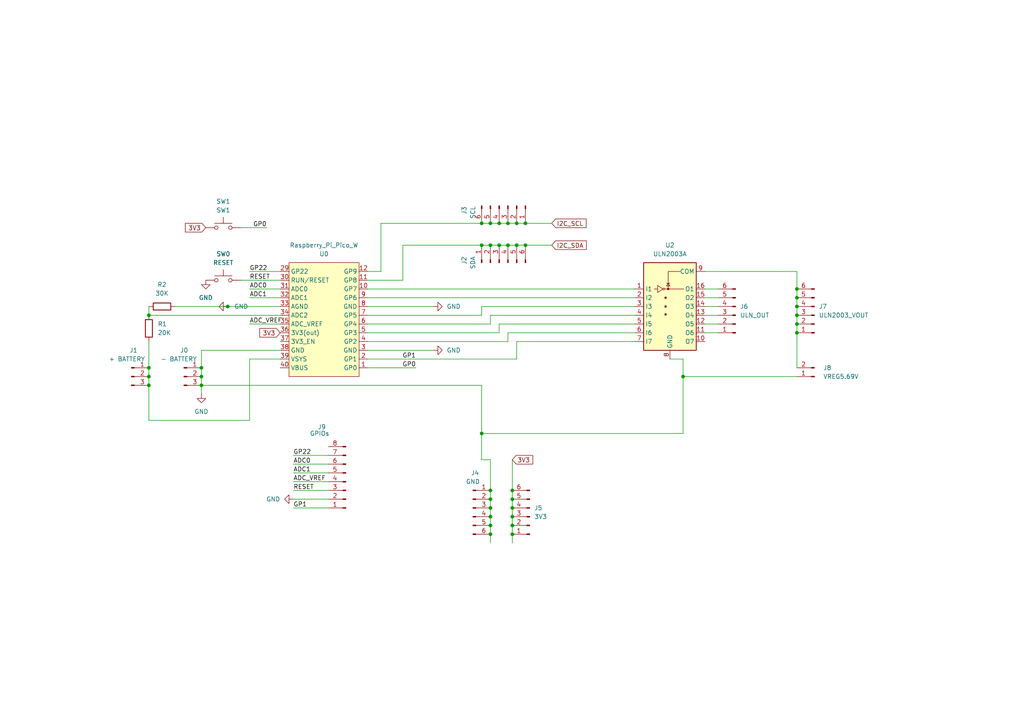
<source format=kicad_sch>
(kicad_sch (version 20211123) (generator eeschema)
  (paper "A4")
  (title_block (title "fatherboard connecting half Pico W") (date "2023-01-28") (rev "1"))
  (lib_symbols
    (symbol "Connector:Conn_01x02_Male" (pin_names (offset 1.016) hide)
      (property "Reference" "J" (at 0 2.54 0))
      (property "Value" "Conn_01x02_Male" (at 0 -5.08 0))
      (symbol "Conn_01x02_Male_1_1"
        (polyline (pts (xy 1.27 -2.54) (xy 0.8636 -2.54)) (stroke (width 0.1524)))
        (polyline (pts (xy 1.27 0) (xy 0.8636 0)) (stroke (width 0.1524)))
        (rectangle (start 0.8636 -2.413) (end 0 -2.667) (stroke (width 0.1524)) (fill (type outline)))
        (rectangle (start 0.8636 0.127) (end 0 -0.127) (stroke (width 0.1524)) (fill (type outline)))
        (pin passive line (at 5.08 0 180) (length 3.81) (name "Pin_1") (number "1"))
        (pin passive line (at 5.08 -2.54 180) (length 3.81) (name "Pin_2") (number "2"))
      )
    )
    (symbol "Connector:Conn_01x03_Male" (pin_names (offset 1.016) hide)
      (property "Reference" "J" (at 0 5.08 0))
      (property "Value" "Conn_01x03_Male" (at 0 -5.08 0))
      (symbol "Conn_01x03_Male_1_1"
        (polyline (pts (xy 1.27 -2.54) (xy 0.8636 -2.54)) (stroke (width 0.1524)))
        (polyline (pts (xy 1.27 0) (xy 0.8636 0)) (stroke (width 0.1524)))
        (polyline (pts (xy 1.27 2.54) (xy 0.8636 2.54)) (stroke (width 0.1524)))
        (rectangle (start 0.8636 -2.413) (end 0 -2.667) (stroke (width 0.1524)) (fill (type outline)))
        (rectangle (start 0.8636 0.127) (end 0 -0.127) (stroke (width 0.1524)) (fill (type outline)))
        (rectangle (start 0.8636 2.667) (end 0 2.413) (stroke (width 0.1524)) (fill (type outline)))
        (pin passive line (at 5.08 2.54 180) (length 3.81) (name "Pin_1") (number "1"))
        (pin passive line (at 5.08 0 180) (length 3.81) (name "Pin_2") (number "2"))
        (pin passive line (at 5.08 -2.54 180) (length 3.81) (name "Pin_3") (number "3"))
      )
    )
    (symbol "Connector:Conn_01x06_Male" (pin_names (offset 1.016) hide)
      (property "Reference" "J" (at 0 7.62 0))
      (property "Value" "Conn_01x06_Male" (at 0 -10.16 0))
      (symbol "Conn_01x06_Male_1_1"
        (polyline (pts (xy 1.27 -7.62) (xy 0.8636 -7.62)) (stroke (width 0.1524)))
        (polyline (pts (xy 1.27 -5.08) (xy 0.8636 -5.08)) (stroke (width 0.1524)))
        (polyline (pts (xy 1.27 -2.54) (xy 0.8636 -2.54)) (stroke (width 0.1524)))
        (polyline (pts (xy 1.27 0) (xy 0.8636 0)) (stroke (width 0.1524)))
        (polyline (pts (xy 1.27 2.54) (xy 0.8636 2.54)) (stroke (width 0.1524)))
        (polyline (pts (xy 1.27 5.08) (xy 0.8636 5.08)) (stroke (width 0.1524)))
        (rectangle (start 0.8636 -7.493) (end 0 -7.747) (stroke (width 0.1524)) (fill (type outline)))
        (rectangle (start 0.8636 -4.953) (end 0 -5.207) (stroke (width 0.1524)) (fill (type outline)))
        (rectangle (start 0.8636 -2.413) (end 0 -2.667) (stroke (width 0.1524)) (fill (type outline)))
        (rectangle (start 0.8636 0.127) (end 0 -0.127) (stroke (width 0.1524)) (fill (type outline)))
        (rectangle (start 0.8636 2.667) (end 0 2.413) (stroke (width 0.1524)) (fill (type outline)))
        (rectangle (start 0.8636 5.207) (end 0 4.953) (stroke (width 0.1524)) (fill (type outline)))
        (pin passive line (at 5.08 5.08 180) (length 3.81) (name "Pin_1") (number "1"))
        (pin passive line (at 5.08 2.54 180) (length 3.81) (name "Pin_2") (number "2"))
        (pin passive line (at 5.08 0 180) (length 3.81) (name "Pin_3") (number "3"))
        (pin passive line (at 5.08 -2.54 180) (length 3.81) (name "Pin_4") (number "4"))
        (pin passive line (at 5.08 -5.08 180) (length 3.81) (name "Pin_5") (number "5"))
        (pin passive line (at 5.08 -7.62 180) (length 3.81) (name "Pin_6") (number "6"))
      )
    )
    (symbol "Connector:Conn_01x08_Male" (pin_names (offset 1.016) hide)
      (property "Reference" "J" (at 0 10.16 0))
      (property "Value" "Conn_01x08_Male" (at 0 -12.7 0))
      (symbol "Conn_01x08_Male_1_1"
        (polyline (pts (xy 1.27 -10.16) (xy 0.8636 -10.16)) (stroke (width 0.1524)))
        (polyline (pts (xy 1.27 -7.62) (xy 0.8636 -7.62)) (stroke (width 0.1524)))
        (polyline (pts (xy 1.27 -5.08) (xy 0.8636 -5.08)) (stroke (width 0.1524)))
        (polyline (pts (xy 1.27 -2.54) (xy 0.8636 -2.54)) (stroke (width 0.1524)))
        (polyline (pts (xy 1.27 0) (xy 0.8636 0)) (stroke (width 0.1524)))
        (polyline (pts (xy 1.27 2.54) (xy 0.8636 2.54)) (stroke (width 0.1524)))
        (polyline (pts (xy 1.27 5.08) (xy 0.8636 5.08)) (stroke (width 0.1524)))
        (polyline (pts (xy 1.27 7.62) (xy 0.8636 7.62)) (stroke (width 0.1524)))
        (rectangle (start 0.8636 -10.033) (end 0 -10.287) (stroke (width 0.1524)) (fill (type outline)))
        (rectangle (start 0.8636 -7.493) (end 0 -7.747) (stroke (width 0.1524)) (fill (type outline)))
        (rectangle (start 0.8636 -4.953) (end 0 -5.207) (stroke (width 0.1524)) (fill (type outline)))
        (rectangle (start 0.8636 -2.413) (end 0 -2.667) (stroke (width 0.1524)) (fill (type outline)))
        (rectangle (start 0.8636 0.127) (end 0 -0.127) (stroke (width 0.1524)) (fill (type outline)))
        (rectangle (start 0.8636 2.667) (end 0 2.413) (stroke (width 0.1524)) (fill (type outline)))
        (rectangle (start 0.8636 5.207) (end 0 4.953) (stroke (width 0.1524)) (fill (type outline)))
        (rectangle (start 0.8636 7.747) (end 0 7.493) (stroke (width 0.1524)) (fill (type outline)))
        (pin passive line (at 5.08 7.62 180) (length 3.81) (name "Pin_1") (number "1"))
        (pin passive line (at 5.08 5.08 180) (length 3.81) (name "Pin_2") (number "2"))
        (pin passive line (at 5.08 2.54 180) (length 3.81) (name "Pin_3") (number "3"))
        (pin passive line (at 5.08 0 180) (length 3.81) (name "Pin_4") (number "4"))
        (pin passive line (at 5.08 -2.54 180) (length 3.81) (name "Pin_5") (number "5"))
        (pin passive line (at 5.08 -5.08 180) (length 3.81) (name "Pin_6") (number "6"))
        (pin passive line (at 5.08 -7.62 180) (length 3.81) (name "Pin_7") (number "7"))
        (pin passive line (at 5.08 -10.16 180) (length 3.81) (name "Pin_8") (number "8"))
      )
    )
    (symbol "Device:R" (pin_numbers hide) (pin_names (offset 0))
      (property "Reference" "R" (at 2.032 0 90))
      (property "Value" "R" (at 0 0 90))
      (symbol "R_0_1"
        (rectangle (start -1.016 -2.54) (end 1.016 2.54) (stroke (width 0.254)))
      )
      (symbol "R_1_1"
        (pin passive line (at 0 3.81 270) (length 1.27) (name "~") (number "1"))
        (pin passive line (at 0 -3.81 90) (length 1.27) (name "~") (number "2"))
      )
    )
    (symbol "Switch:SW_Push" (pin_numbers hide) (pin_names (offset 1.016) hide)
      (property "Reference" "SW" (at 1.27 2.54 0))
      (property "Value" "SW_Push" (at 0 -1.524 0))
      (symbol "SW_Push_0_1"
        (circle (center -2.032 0) (radius 0.508))
        (polyline (pts (xy 0 1.27) (xy 0 3.048)))
        (polyline (pts (xy 2.54 1.27) (xy -2.54 1.27)))
        (circle (center 2.032 0) (radius 0.508))
        (pin passive line (at -5.08 0 0) (length 2.54) (name "1") (number "1"))
        (pin passive line (at 5.08 0 180) (length 2.54) (name "2") (number "2"))
      )
    )
    (symbol "Transistor_Array:ULN2003A"
      (property "Reference" "U" (at 0 15.875 0))
      (property "Value" "ULN2003A" (at 0 13.97 0))
      (symbol "ULN2003A_0_1"
        (rectangle (start -7.62 -12.7) (end 7.62 12.7) (stroke (width 0.254)) (fill (type background)))
        (circle (center -1.778 5.08) (radius 0.254))
        (circle (center -1.27 -2.286) (radius 0.254) (fill (type outline)))
        (circle (center -1.27 0) (radius 0.254) (fill (type outline)))
        (circle (center -1.27 2.54) (radius 0.254) (fill (type outline)))
        (circle (center -0.508 5.08) (radius 0.254) (fill (type outline)))
        (polyline (pts (xy -4.572 5.08) (xy -3.556 5.08)))
        (polyline (pts (xy -1.524 5.08) (xy 4.064 5.08)))
        (polyline (pts (xy 0 6.731) (xy -1.016 6.731)))
        (polyline (pts (xy -0.508 5.08) (xy -0.508 10.16) (xy 2.921 10.16)))
        (polyline (pts (xy -3.556 6.096) (xy -3.556 4.064) (xy -2.032 5.08) (xy -3.556 6.096)))
        (polyline (pts (xy 0 5.969) (xy -1.016 5.969) (xy -0.508 6.731) (xy 0 5.969)))
      )
      (symbol "ULN2003A_1_1"
        (pin input line (at -10.16 5.08 0) (length 2.54) (name "I1") (number "1"))
        (pin open_collector line (at 10.16 -10.16 180) (length 2.54) (name "O7") (number "10"))
        (pin open_collector line (at 10.16 -7.62 180) (length 2.54) (name "O6") (number "11"))
        (pin open_collector line (at 10.16 -5.08 180) (length 2.54) (name "O5") (number "12"))
        (pin open_collector line (at 10.16 -2.54 180) (length 2.54) (name "O4") (number "13"))
        (pin open_collector line (at 10.16 0 180) (length 2.54) (name "O3") (number "14"))
        (pin open_collector line (at 10.16 2.54 180) (length 2.54) (name "O2") (number "15"))
        (pin open_collector line (at 10.16 5.08 180) (length 2.54) (name "O1") (number "16"))
        (pin input line (at -10.16 2.54 0) (length 2.54) (name "I2") (number "2"))
        (pin input line (at -10.16 0 0) (length 2.54) (name "I3") (number "3"))
        (pin input line (at -10.16 -2.54 0) (length 2.54) (name "I4") (number "4"))
        (pin input line (at -10.16 -5.08 0) (length 2.54) (name "I5") (number "5"))
        (pin input line (at -10.16 -7.62 0) (length 2.54) (name "I6") (number "6"))
        (pin input line (at -10.16 -10.16 0) (length 2.54) (name "I7") (number "7"))
        (pin power_in line (at 0 -15.24 90) (length 2.54) (name "GND") (number "8"))
        (pin passive line (at 10.16 10.16 180) (length 2.54) (name "COM") (number "9"))
      )
    )
    (symbol "aleppax:Raspberry_Pi_Pico_W"
      (property "Reference" "U0" (at 0 1.27 0))
      (property "Value" "Raspberry_Pi_Pico_W" (at 0 -1.27 0))
      (symbol "Raspberry_Pi_Pico_W_0_1"
        (rectangle (start -10.16 36.83) (end 10.16 3.81) (fill (type background)))
      )
      (symbol "Raspberry_Pi_Pico_W_1_1"
        (pin bidirectional line (at -12.7 34.29 0) (length 2.54) (name "GP0") (number "1"))
        (pin bidirectional line (at -12.7 11.43 0) (length 2.54) (name "GP7") (number "10"))
        (pin bidirectional line (at -12.7 8.89 0) (length 2.54) (name "GP8") (number "11"))
        (pin bidirectional line (at -12.7 6.35 0) (length 2.54) (name "GP9") (number "12"))
        (pin bidirectional line (at -12.7 31.75 0) (length 2.54) (name "GP1") (number "2"))
        (pin input line (at 12.7 6.35 180) (length 2.54) (name "GP22") (number "29"))
        (pin bidirectional line (at -12.7 29.21 0) (length 2.54) (name "GND") (number "3"))
        (pin input line (at 12.7 8.89 180) (length 2.54) (name "RUN/RESET") (number "30"))
        (pin input line (at 12.7 11.43 180) (length 2.54) (name "ADC0") (number "31"))
        (pin input line (at 12.7 13.97 180) (length 2.54) (name "ADC1") (number "32"))
        (pin input line (at 12.7 16.51 180) (length 2.54) (name "AGND") (number "33"))
        (pin input line (at 12.7 19.05 180) (length 2.54) (name "ADC2") (number "34"))
        (pin input line (at 12.7 21.59 180) (length 2.54) (name "ADC_VREF") (number "35"))
        (pin power_out line (at 12.7 24.13 180) (length 2.54) (name "3V3(out)") (number "36"))
        (pin input line (at 12.7 26.67 180) (length 2.54) (name "3V3_EN") (number "37"))
        (pin power_in line (at 12.7 29.21 180) (length 2.54) (name "GND") (number "38"))
        (pin power_in line (at 12.7 31.75 180) (length 2.54) (name "VSYS") (number "39"))
        (pin bidirectional line (at -12.7 26.67 0) (length 2.54) (name "GP2") (number "4"))
        (pin power_in line (at 12.7 34.29 180) (length 2.54) (name "VBUS") (number "40"))
        (pin bidirectional line (at -12.7 24.13 0) (length 2.54) (name "GP3") (number "5"))
        (pin bidirectional line (at -12.7 21.59 0) (length 2.54) (name "GP4") (number "6"))
        (pin bidirectional line (at -12.7 19.05 0) (length 2.54) (name "GP5") (number "7"))
        (pin bidirectional line (at -12.7 16.51 0) (length 2.54) (name "GND") (number "8"))
        (pin bidirectional line (at -12.7 13.97 0) (length 2.54) (name "GP6") (number "9"))
      )
    )
    (symbol "power:GND" (power) (pin_names (offset 0))
      (property "Value" "GND" (at 0 -3.81 0))
      (symbol "GND_0_1"
        (polyline (pts (xy 0 0) (xy 0 -1.27) (xy 1.27 -1.27) (xy 0 -2.54) (xy -1.27 -1.27) (xy 0 -1.27)))
      )
      (symbol "GND_1_1"
        (pin power_in line (at 0 0 270) (length 0) hide (name "GND") (number "1"))
      )
    )
  )
  (junction (at 231.14 88.9))
  (junction (at 142.24 149.86))
  (junction (at 148.59 147.32))
  (junction (at 142.24 71.12))
  (junction (at 148.59 142.24))
  (junction (at 149.86 64.77))
  (junction (at 152.4 64.77))
  (junction (at 43.18 91.44))
  (junction (at 139.7 71.12))
  (junction (at 152.4 71.12))
  (junction (at 148.59 152.4))
  (junction (at 43.18 111.76))
  (junction (at 231.14 93.98))
  (junction (at 231.14 96.52))
  (junction (at 142.24 64.77))
  (junction (at 231.14 83.82))
  (junction (at 58.42 109.22))
  (junction (at 142.24 147.32))
  (junction (at 142.24 144.78))
  (junction (at 231.14 91.44))
  (junction (at 142.24 142.24))
  (junction (at 142.24 154.94))
  (junction (at 144.78 64.77))
  (junction (at 231.14 86.36))
  (junction (at 58.42 111.76))
  (junction (at 147.32 64.77))
  (junction (at 148.59 154.94))
  (junction (at 139.7 125.73))
  (junction (at 149.86 71.12))
  (junction (at 148.59 149.86))
  (junction (at 144.78 71.12))
  (junction (at 147.32 71.12))
  (junction (at 148.59 144.78))
  (junction (at 139.7 64.77))
  (junction (at 66.04 88.9))
  (junction (at 43.18 109.22))
  (junction (at 142.24 152.4))
  (junction (at 58.42 106.68))
  (junction (at 43.18 106.68))
  (junction (at 198.12 109.22))
  (wire (pts (xy 204.47 91.44) (xy 208.28 91.44)))
  (wire (pts (xy 95.25 144.78) (xy 85.09 144.78)))
  (wire (pts (xy 231.14 93.98) (xy 231.14 96.52)))
  (wire (pts (xy 69.85 66.04) (xy 77.47 66.04)))
  (wire (pts (xy 85.09 147.32) (xy 95.25 147.32)))
  (wire (pts (xy 106.68 96.52) (xy 144.78 96.52)))
  (wire (pts (xy 95.25 132.08) (xy 85.09 132.08)))
  (wire (pts (xy 43.18 111.76) (xy 43.18 121.92)))
  (wire (pts (xy 149.86 99.06) (xy 184.15 99.06)))
  (wire (pts (xy 142.24 91.44) (xy 184.15 91.44)))
  (wire (pts (xy 139.7 133.35) (xy 142.24 133.35)))
  (wire (pts (xy 139.7 91.44) (xy 139.7 88.9)))
  (wire (pts (xy 142.24 93.98) (xy 142.24 91.44)))
  (wire (pts (xy 198.12 109.22) (xy 198.12 125.73)))
  (wire (pts (xy 148.59 154.94) (xy 148.59 157.48)))
  (wire (pts (xy 106.68 99.06) (xy 147.32 99.06)))
  (wire (pts (xy 204.47 83.82) (xy 208.28 83.82)))
  (wire (pts (xy 58.42 111.76) (xy 58.42 114.3)))
  (wire (pts (xy 43.18 121.92) (xy 72.39 121.92)))
  (wire (pts (xy 139.7 64.77) (xy 142.24 64.77)))
  (wire (pts (xy 106.68 104.14) (xy 149.86 104.14)))
  (wire (pts (xy 95.25 134.62) (xy 85.09 134.62)))
  (wire (pts (xy 69.85 81.28) (xy 81.28 81.28)))
  (wire (pts (xy 58.42 101.6) (xy 81.28 101.6)))
  (wire (pts (xy 106.68 91.44) (xy 139.7 91.44)))
  (wire (pts (xy 106.68 106.68) (xy 120.65 106.68)))
  (wire (pts (xy 106.68 81.28) (xy 116.84 81.28)))
  (wire (pts (xy 147.32 96.52) (xy 184.15 96.52)))
  (wire (pts (xy 72.39 104.14) (xy 72.39 121.92)))
  (wire (pts (xy 116.84 81.28) (xy 116.84 71.12)))
  (wire (pts (xy 58.42 109.22) (xy 58.42 111.76)))
  (wire (pts (xy 204.47 96.52) (xy 208.28 96.52)))
  (wire (pts (xy 43.18 109.22) (xy 43.18 111.76)))
  (wire (pts (xy 106.68 78.74) (xy 110.49 78.74)))
  (wire (pts (xy 142.24 149.86) (xy 142.24 152.4)))
  (wire (pts (xy 110.49 64.77) (xy 139.7 64.77)))
  (wire (pts (xy 43.18 91.44) (xy 81.28 91.44)))
  (wire (pts (xy 148.59 133.35) (xy 148.59 142.24)))
  (wire (pts (xy 43.18 106.68) (xy 43.18 109.22)))
  (wire (pts (xy 231.14 88.9) (xy 231.14 91.44)))
  (wire (pts (xy 106.68 86.36) (xy 184.15 86.36)))
  (wire (pts (xy 72.39 104.14) (xy 81.28 104.14)))
  (wire (pts (xy 147.32 99.06) (xy 147.32 96.52)))
  (wire (pts (xy 231.14 86.36) (xy 231.14 88.9)))
  (wire (pts (xy 147.32 71.12) (xy 149.86 71.12)))
  (wire (pts (xy 139.7 71.12) (xy 142.24 71.12)))
  (wire (pts (xy 149.86 104.14) (xy 149.86 99.06)))
  (wire (pts (xy 106.68 83.82) (xy 184.15 83.82)))
  (wire (pts (xy 144.78 64.77) (xy 147.32 64.77)))
  (wire (pts (xy 116.84 71.12) (xy 139.7 71.12)))
  (wire (pts (xy 149.86 64.77) (xy 152.4 64.77)))
  (wire (pts (xy 148.59 149.86) (xy 148.59 152.4)))
  (wire (pts (xy 149.86 71.12) (xy 152.4 71.12)))
  (wire (pts (xy 142.24 144.78) (xy 142.24 147.32)))
  (wire (pts (xy 139.7 125.73) (xy 198.12 125.73)))
  (wire (pts (xy 58.42 106.68) (xy 58.42 109.22)))
  (wire (pts (xy 142.24 152.4) (xy 142.24 154.94)))
  (wire (pts (xy 152.4 71.12) (xy 160.02 71.12)))
  (wire (pts (xy 148.59 144.78) (xy 148.59 147.32)))
  (wire (pts (xy 110.49 78.74) (xy 110.49 64.77)))
  (wire (pts (xy 231.14 83.82) (xy 231.14 86.36)))
  (wire (pts (xy 148.59 147.32) (xy 148.59 149.86)))
  (wire (pts (xy 148.59 152.4) (xy 148.59 154.94)))
  (wire (pts (xy 142.24 142.24) (xy 142.24 144.78)))
  (wire (pts (xy 231.14 109.22) (xy 198.12 109.22)))
  (wire (pts (xy 139.7 88.9) (xy 184.15 88.9)))
  (wire (pts (xy 95.25 137.16) (xy 85.09 137.16)))
  (wire (pts (xy 204.47 93.98) (xy 208.28 93.98)))
  (wire (pts (xy 231.14 91.44) (xy 231.14 93.98)))
  (wire (pts (xy 198.12 104.14) (xy 198.12 109.22)))
  (wire (pts (xy 95.25 142.24) (xy 85.09 142.24)))
  (wire (pts (xy 66.04 88.9) (xy 81.28 88.9)))
  (wire (pts (xy 152.4 64.77) (xy 160.02 64.77)))
  (wire (pts (xy 144.78 93.98) (xy 184.15 93.98)))
  (wire (pts (xy 58.42 111.76) (xy 139.7 111.76)))
  (wire (pts (xy 144.78 96.52) (xy 144.78 93.98)))
  (wire (pts (xy 142.24 64.77) (xy 144.78 64.77)))
  (wire (pts (xy 147.32 64.77) (xy 149.86 64.77)))
  (wire (pts (xy 231.14 83.82) (xy 231.14 78.74)))
  (wire (pts (xy 95.25 139.7) (xy 85.09 139.7)))
  (wire (pts (xy 106.68 101.6) (xy 125.73 101.6)))
  (wire (pts (xy 72.39 78.74) (xy 81.28 78.74)))
  (wire (pts (xy 231.14 78.74) (xy 204.47 78.74)))
  (wire (pts (xy 72.39 86.36) (xy 81.28 86.36)))
  (wire (pts (xy 148.59 142.24) (xy 148.59 144.78)))
  (wire (pts (xy 106.68 88.9) (xy 125.73 88.9)))
  (wire (pts (xy 204.47 88.9) (xy 208.28 88.9)))
  (wire (pts (xy 58.42 106.68) (xy 58.42 101.6)))
  (wire (pts (xy 139.7 111.76) (xy 139.7 125.73)))
  (wire (pts (xy 231.14 96.52) (xy 231.14 106.68)))
  (wire (pts (xy 50.8 88.9) (xy 66.04 88.9)))
  (wire (pts (xy 144.78 71.12) (xy 147.32 71.12)))
  (wire (pts (xy 72.39 83.82) (xy 81.28 83.82)))
  (wire (pts (xy 142.24 133.35) (xy 142.24 142.24)))
  (wire (pts (xy 139.7 125.73) (xy 139.7 133.35)))
  (wire (pts (xy 43.18 99.06) (xy 43.18 106.68)))
  (wire (pts (xy 72.39 93.98) (xy 81.28 93.98)))
  (wire (pts (xy 142.24 71.12) (xy 144.78 71.12)))
  (wire (pts (xy 204.47 86.36) (xy 208.28 86.36)))
  (wire (pts (xy 43.18 88.9) (xy 43.18 91.44)))
  (wire (pts (xy 106.68 93.98) (xy 142.24 93.98)))
  (wire (pts (xy 142.24 147.32) (xy 142.24 149.86)))
  (wire (pts (xy 142.24 154.94) (xy 142.24 157.48)))
  (wire (pts (xy 194.31 104.14) (xy 198.12 104.14)))
  (label "GP1" (at 85.09 147.32 0))
  (label "RESET" (at 85.09 142.24 0))
  (label "GP0" (at 120.65 106.68 180))
  (label "GP0" (at 77.3496 66.04 180))
  (label "GP1" (at 120.65 104.14 180))
  (label "ADC_VREF" (at 85.09 139.7 0))
  (label "RESET" (at 72.39 81.28 0))
  (label "GP22" (at 85.09 132.08 0))
  (label "ADC0" (at 85.09 134.62 0))
  (label "ADC1" (at 85.09 137.16 0))
  (label "GP22" (at 72.39 78.74 0))
  (label "ADC_VREF" (at 72.39 93.98 0))
  (label "ADC1" (at 72.39 86.36 0))
  (label "ADC0" (at 72.39 83.82 0))
  (global_label "3V3" (shape input) (at 148.59 133.35 0) (property "Intersheet References" "${INTERSHEET_REFS}" (effects hide)))
  (global_label "I2C_SDA" (shape input) (at 160.02 71.12 0) (property "Riferimenti inter-foglio" "${INTERSHEET_REFS}" (effects hide)))
  (global_label "3V3" (shape input) (at 59.69 66.04 180) (property "Intersheet References" "${INTERSHEET_REFS}" (effects hide)))
  (global_label "3V3" (shape input) (at 81.28 96.52 180) (property "Intersheet References" "${INTERSHEET_REFS}" (effects hide)))
  (global_label "I2C_SCL" (shape input) (at 160.02 64.77 0) (property "Riferimenti inter-foglio" "${INTERSHEET_REFS}" (effects hide)))
  (symbol (lib_id "Connector:Conn_01x06_Male") (at 137.16 147.32 0) (unit 1)
    (property "Reference" "J4" (at 137.795 137.16 0))
    (property "Value" "GND" (at 137.16 139.7 0))
    (property "Footprint" "Connector_PinHeader_2.54mm:PinHeader_1x06_P2.54mm_Vertical" (effects hide))
  )
  (symbol (lib_id "Connector:Conn_01x06_Male") (at 153.67 149.86 180) (unit 1)
    (property "Reference" "J5" (at 154.94 147.3199 0) (effects (justify right)))
    (property "Value" "3V3" (at 154.94 149.8599 0) (effects (justify right)))
    (property "Footprint" "Connector_PinHeader_2.54mm:PinHeader_1x06_P2.54mm_Vertical" (effects hide))
  )
  (symbol (lib_id "Connector:Conn_01x06_Male") (at 144.78 76.2 90) (unit 1)
    (property "Reference" "J2" (at 134.62 75.565 0))
    (property "Value" "SDA" (at 137.16 76.2 0))
    (property "Footprint" "Connector_PinHeader_2.54mm:PinHeader_1x06_P2.54mm_Vertical" (effects hide))
  )
  (symbol (lib_id "power:GND") (at 58.42 114.3 0) (unit 1)
    (property "Reference" "#PWR0101" (effects hide))
    (property "Value" "GND" (at 58.42 119.38 0))
  )
  (symbol (lib_id "power:GND") (at 85.09 144.78 270) (unit 1)
    (property "Reference" "#PWR08" (effects hide))
    (property "Value" "GND" (at 81.28 144.7799 90) (effects (justify right)))
  )
  (symbol (lib_id "power:GND") (at 66.04 88.9 270) (unit 1)
    (property "Reference" "#PWR0104" (effects hide))
    (property "Value" "GND" (at 67.9112 88.8999 90) (effects (justify left)))
  )
  (symbol (lib_id "Connector:Conn_01x06_Male") (at 213.36 91.44 180) (unit 1)
    (property "Reference" "J6" (at 214.63 88.8999 0) (effects (justify right)))
    (property "Value" "ULN_OUT" (at 214.63 91.4399 0) (effects (justify right)))
    (property "Footprint" "Connector_PinHeader_2.54mm:PinHeader_1x06_P2.54mm_Vertical" (effects hide))
  )
  (symbol (lib_id "Connector:Conn_01x03_Male") (at 53.34 109.22 0) (unit 1)
    (property "Reference" "J0" (at 54.61 101.6 0) (effects (justify right)))
    (property "Value" "- BATTERY" (at 57.15 104.14 0) (effects (justify right)))
    (property "Footprint" "Connector_PinHeader_2.54mm:PinHeader_1x03_P2.54mm_Vertical" (effects hide))
  )
  (symbol (lib_id "power:GND") (at 125.73 101.6 90) (unit 1)
    (property "Reference" "#PWR0102" (effects hide))
    (property "Value" "GND" (at 129.54 101.5999 90) (effects (justify right)))
  )
  (symbol (lib_id "Connector:Conn_01x06_Male") (at 236.22 91.44 180) (unit 1)
    (property "Reference" "J7" (at 237.49 88.8999 0) (effects (justify right)))
    (property "Value" "ULN2003_VOUT" (at 237.49 91.4399 0) (effects (justify right)))
    (property "Footprint" "Connector_PinHeader_2.54mm:PinHeader_1x06_P2.54mm_Vertical" (effects hide))
  )
  (symbol (lib_id "Device:R") (at 46.99 88.9 90) (unit 1)
    (property "Reference" "R2" (at 46.99 82.55 90))
    (property "Value" "30K" (at 46.99 85.09 90))
    (property "Footprint" "Resistor_THT:R_Axial_DIN0207_L6.3mm_D2.5mm_P7.62mm_Horizontal" (effects hide))
  )
  (symbol (lib_id "Connector:Conn_01x02_Male") (at 236.22 109.22 180) (unit 1)
    (property "Reference" "J8" (at 238.76 106.68 0) (effects (justify right)))
    (property "Value" "VREG5.69V" (at 238.76 109.22 0) (effects (justify right)))
    (property "Footprint" "Connector_PinHeader_2.54mm:PinHeader_1x02_P2.54mm_Vertical" (effects hide))
  )
  (symbol (lib_id "Switch:SW_Push") (at 64.77 81.28 0) (unit 1)
    (property "Reference" "SW0" (at 64.77 73.66 0))
    (property "Value" "RESET" (at 64.77 76.2 0))
    (property "Footprint" "Button_Switch_THT:SW_PUSH_6mm_H5mm" (effects hide))
  )
  (symbol (lib_id "power:GND") (at 125.73 88.9 90) (unit 1)
    (property "Reference" "#PWR0103" (effects hide))
    (property "Value" "GND" (at 129.54 88.8999 90) (effects (justify right)))
  )
  (symbol (lib_id "power:GND") (at 59.69 81.28 0) (unit 1)
    (property "Reference" "#PWR05" (effects hide))
    (property "Value" "GND" (at 59.69 86.36 0))
  )
  (symbol (lib_id "aleppax:Raspberry_Pi_Pico_W") (at 93.98 72.39 180) (unit 1)
    (property "Reference" "U0" (at 93.98 73.66 0))
    (property "Value" "Raspberry_Pi_Pico_W" (at 93.98 71.12 0))
    (property "Footprint" "Socket:DIP_Socket-24_W11.9_W12.7_W15.24_W17.78_W18.5_3M_224-1275-00-0602J" (effects hide))
  )
  (symbol (lib_id "Switch:SW_Push") (at 64.77 66.04 0) (unit 1)
    (property "Reference" "SW1" (at 64.77 58.42 0))
    (property "Value" "SW1" (at 64.77 60.96 0))
    (property "Footprint" "Button_Switch_THT:SW_PUSH_6mm_H5mm" (effects hide))
  )
  (symbol (lib_id "Device:R") (at 43.18 95.25 0) (unit 1)
    (property "Reference" "R1" (at 45.72 93.9799 0) (effects (justify left)))
    (property "Value" "20K" (at 45.72 96.5199 0) (effects (justify left)))
    (property "Footprint" "Resistor_THT:R_Axial_DIN0207_L6.3mm_D2.5mm_P7.62mm_Horizontal" (effects hide))
  )
  (symbol (lib_id "Transistor_Array:ULN2003A") (at 194.31 88.9 0) (unit 1)
    (property "Reference" "U2" (at 194.31 71.12 0))
    (property "Value" "ULN2003A" (at 194.31 73.66 0))
    (property "Footprint" "Package_DIP:DIP-16_W7.62mm" (effects hide))
    (property "Datasheet" "http://www.ti.com/lit/ds/symlink/uln2003a.pdf" (effects hide))
  )
  (symbol (lib_id "Connector:Conn_01x06_Male") (at 147.32 59.69 270) (unit 1)
    (property "Reference" "J3" (at 134.62 62.23 0) (effects (justify right)))
    (property "Value" "SCL" (at 137.16 63.5 0) (effects (justify right)))
    (property "Footprint" "Connector_PinHeader_2.54mm:PinHeader_1x06_P2.54mm_Vertical" (effects hide))
  )
  (symbol (lib_id "Connector:Conn_01x03_Male") (at 38.1 109.22 0) (unit 1)
    (property "Reference" "J1" (at 38.735 101.6 0))
    (property "Value" "+ BATTERY" (at 36.83 104.14 0))
    (property "Footprint" "Connector_PinHeader_2.54mm:PinHeader_1x03_P2.54mm_Vertical" (effects hide))
  )
  (symbol (lib_id "Connector:Conn_01x08_Male") (at 100.33 139.7 180) (unit 1)
    (property "Reference" "J9" (at 93.345 123.825 0))
    (property "Value" "GPIOs" (at 92.71 125.73 0))
    (property "Footprint" "Connector_PinHeader_2.54mm:PinHeader_1x07_P2.54mm_Vertical" (effects hide))
  )
)
</source>
